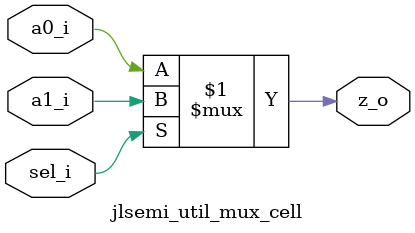
<source format=v>
`timescale 1ns/1ns
module jlsemi_util_mux_cell
(
    input   a0_i,
    input   a1_i,
    input   sel_i,
    output  z_o
);

    `ifdef JL_SYNTHESIS
        jlsemi_cell_logic_mux_cell
        u_dont_touch_logic_mux
        (
        .I0 (a0_i ),
        .I1 (a1_i ),
        .S  (sel_i)
        .Z  (z_o  )
        );
    `else
        assign z_o = sel_i ? a1_i : a0_i;
    `endif

endmodule

</source>
